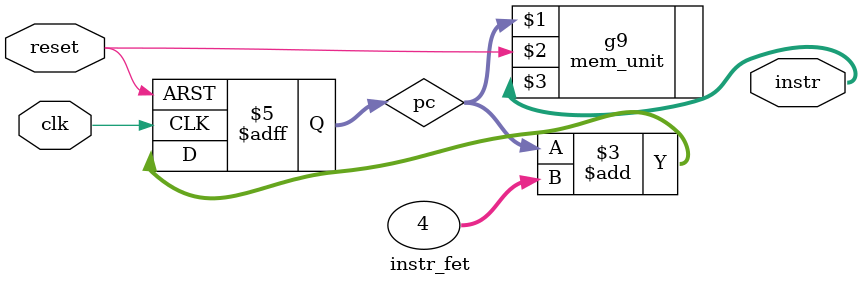
<source format=v>
`timescale 1ns / 1ps
module instr_fet(
    input clk,
    input reset,
    output [31:0] instr
    );
reg [31:0]pc=0;
mem_unit  g9(pc,reset,instr);
always@(posedge clk,negedge reset)
begin
if(reset==0)
	begin
	pc<=0;
	end
else
	begin
	pc<=pc+4;
	end
end
endmodule

</source>
